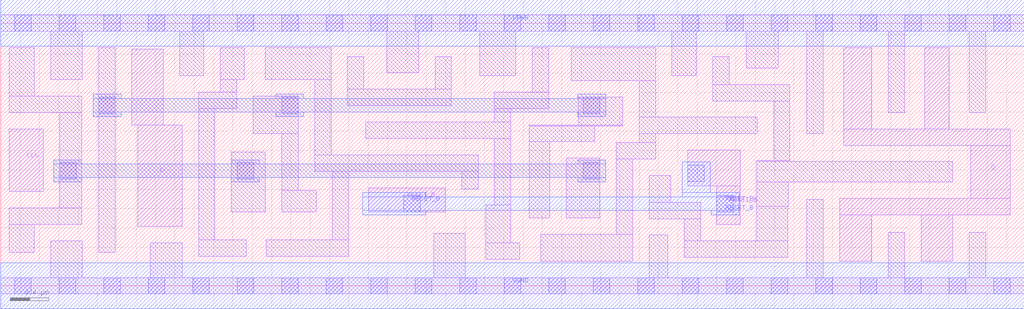
<source format=lef>
# Copyright 2020 The SkyWater PDK Authors
#
# Licensed under the Apache License, Version 2.0 (the "License");
# you may not use this file except in compliance with the License.
# You may obtain a copy of the License at
#
#     https://www.apache.org/licenses/LICENSE-2.0
#
# Unless required by applicable law or agreed to in writing, software
# distributed under the License is distributed on an "AS IS" BASIS,
# WITHOUT WARRANTIES OR CONDITIONS OF ANY KIND, either express or implied.
# See the License for the specific language governing permissions and
# limitations under the License.
#
# SPDX-License-Identifier: Apache-2.0

VERSION 5.7 ;
  NAMESCASESENSITIVE ON ;
  NOWIREEXTENSIONATPIN ON ;
  DIVIDERCHAR "/" ;
  BUSBITCHARS "[]" ;
UNITS
  DATABASE MICRONS 200 ;
END UNITS
MACRO sky130_fd_sc_hd__dfrtp_4
  CLASS CORE ;
  SOURCE USER ;
  FOREIGN sky130_fd_sc_hd__dfrtp_4 ;
  ORIGIN  0.000000  0.000000 ;
  SIZE  10.58000 BY  2.720000 ;
  SYMMETRY X Y R90 ;
  SITE unithd ;
  PIN D
    ANTENNAGATEAREA  0.126000 ;
    DIRECTION INPUT ;
    USE SIGNAL ;
    PORT
      LAYER li1 ;
        RECT 1.355000 1.665000 1.680000 2.450000 ;
        RECT 1.415000 0.615000 1.875000 1.665000 ;
    END
  END D
  PIN Q
    ANTENNADIFFAREA  0.891000 ;
    DIRECTION OUTPUT ;
    USE SIGNAL ;
    PORT
      LAYER li1 ;
        RECT  8.675000 0.255000  9.005000 0.735000 ;
        RECT  8.675000 0.735000 10.440000 0.905000 ;
        RECT  8.715000 1.455000 10.440000 1.625000 ;
        RECT  8.715000 1.625000  9.005000 2.465000 ;
        RECT  9.515000 0.255000  9.845000 0.735000 ;
        RECT  9.555000 1.625000  9.805000 2.465000 ;
        RECT 10.030000 0.905000 10.440000 1.455000 ;
    END
  END Q
  PIN RESET_B
    ANTENNAGATEAREA  0.252000 ;
    DIRECTION INPUT ;
    USE SIGNAL ;
    PORT
      LAYER li1 ;
        RECT 3.805000 0.765000 4.595000 1.015000 ;
      LAYER mcon ;
        RECT 4.165000 0.765000 4.335000 0.935000 ;
    END
    PORT
      LAYER li1 ;
        RECT 7.105000 1.035000 7.645000 1.405000 ;
        RECT 7.405000 0.635000 7.645000 1.035000 ;
      LAYER mcon ;
        RECT 7.105000 1.080000 7.275000 1.250000 ;
        RECT 7.405000 0.765000 7.575000 0.935000 ;
    END
    PORT
      LAYER met1 ;
        RECT 3.745000 0.735000 4.395000 0.780000 ;
        RECT 3.745000 0.780000 7.635000 0.920000 ;
        RECT 3.745000 0.920000 4.395000 0.965000 ;
        RECT 7.045000 0.920000 7.635000 0.965000 ;
        RECT 7.045000 0.965000 7.335000 1.280000 ;
        RECT 7.345000 0.735000 7.635000 0.780000 ;
    END
  END RESET_B
  PIN CLK
    ANTENNAGATEAREA  0.159000 ;
    DIRECTION INPUT ;
    USE CLOCK ;
    PORT
      LAYER li1 ;
        RECT 0.090000 0.975000 0.440000 1.625000 ;
    END
  END CLK
  PIN VGND
    DIRECTION INOUT ;
    SHAPE ABUTMENT ;
    USE GROUND ;
    PORT
      LAYER met1 ;
        RECT 0.000000 -0.240000 10.580000 0.240000 ;
    END
  END VGND
  PIN VPWR
    DIRECTION INOUT ;
    SHAPE ABUTMENT ;
    USE POWER ;
    PORT
      LAYER met1 ;
        RECT 0.000000 2.480000 10.580000 2.960000 ;
    END
  END VPWR
  OBS
    LAYER li1 ;
      RECT  0.000000 -0.085000 10.580000 0.085000 ;
      RECT  0.000000  2.635000 10.580000 2.805000 ;
      RECT  0.090000  0.345000  0.345000 0.635000 ;
      RECT  0.090000  0.635000  0.840000 0.805000 ;
      RECT  0.090000  1.795000  0.840000 1.965000 ;
      RECT  0.090000  1.965000  0.345000 2.465000 ;
      RECT  0.515000  0.085000  0.845000 0.465000 ;
      RECT  0.515000  2.135000  0.845000 2.635000 ;
      RECT  0.610000  0.805000  0.840000 1.795000 ;
      RECT  1.015000  0.345000  1.185000 2.465000 ;
      RECT  1.545000  0.085000  1.875000 0.445000 ;
      RECT  1.850000  2.175000  2.100000 2.635000 ;
      RECT  2.045000  0.305000  2.540000 0.475000 ;
      RECT  2.045000  0.475000  2.215000 1.835000 ;
      RECT  2.045000  1.835000  2.440000 2.005000 ;
      RECT  2.270000  2.005000  2.440000 2.135000 ;
      RECT  2.270000  2.135000  2.520000 2.465000 ;
      RECT  2.385000  0.765000  2.735000 1.385000 ;
      RECT  2.610000  1.575000  3.075000 1.965000 ;
      RECT  2.735000  2.135000  3.415000 2.465000 ;
      RECT  2.745000  0.305000  3.600000 0.475000 ;
      RECT  2.905000  0.765000  3.260000 0.985000 ;
      RECT  2.905000  0.985000  3.075000 1.575000 ;
      RECT  3.245000  1.185000  4.935000 1.355000 ;
      RECT  3.245000  1.355000  3.415000 2.135000 ;
      RECT  3.430000  0.475000  3.600000 1.185000 ;
      RECT  3.585000  1.865000  4.660000 2.035000 ;
      RECT  3.585000  2.035000  3.755000 2.375000 ;
      RECT  3.775000  1.525000  5.275000 1.695000 ;
      RECT  3.990000  2.205000  4.320000 2.635000 ;
      RECT  4.475000  0.085000  4.805000 0.545000 ;
      RECT  4.490000  2.035000  4.660000 2.375000 ;
      RECT  4.765000  1.005000  4.935000 1.185000 ;
      RECT  4.955000  2.175000  5.325000 2.635000 ;
      RECT  5.015000  0.275000  5.365000 0.445000 ;
      RECT  5.015000  0.445000  5.275000 0.835000 ;
      RECT  5.105000  0.835000  5.275000 1.525000 ;
      RECT  5.105000  1.695000  5.275000 1.835000 ;
      RECT  5.105000  1.835000  5.665000 2.005000 ;
      RECT  5.465000  0.705000  5.675000 1.495000 ;
      RECT  5.465000  1.495000  6.140000 1.655000 ;
      RECT  5.465000  1.655000  6.430000 1.665000 ;
      RECT  5.495000  2.005000  5.665000 2.465000 ;
      RECT  5.585000  0.255000  6.535000 0.535000 ;
      RECT  5.845000  0.705000  6.195000 1.325000 ;
      RECT  5.900000  2.125000  6.770000 2.465000 ;
      RECT  5.970000  1.665000  6.430000 1.955000 ;
      RECT  6.365000  0.535000  6.535000 1.315000 ;
      RECT  6.365000  1.315000  6.770000 1.485000 ;
      RECT  6.600000  1.485000  6.770000 1.575000 ;
      RECT  6.600000  1.575000  7.820000 1.745000 ;
      RECT  6.600000  1.745000  6.770000 2.125000 ;
      RECT  6.705000  0.085000  6.895000 0.525000 ;
      RECT  6.705000  0.695000  7.235000 0.865000 ;
      RECT  6.705000  0.865000  6.925000 1.145000 ;
      RECT  6.940000  2.175000  7.190000 2.635000 ;
      RECT  7.065000  0.295000  8.135000 0.465000 ;
      RECT  7.065000  0.465000  7.235000 0.695000 ;
      RECT  7.360000  1.915000  8.160000 2.085000 ;
      RECT  7.360000  2.085000  7.530000 2.375000 ;
      RECT  7.710000  2.255000  8.040000 2.635000 ;
      RECT  7.815000  0.465000  8.135000 0.820000 ;
      RECT  7.815000  0.820000  8.140000 1.075000 ;
      RECT  7.815000  1.075000  9.845000 1.285000 ;
      RECT  7.815000  1.285000  8.160000 1.295000 ;
      RECT  7.990000  1.295000  8.160000 1.915000 ;
      RECT  8.335000  0.085000  8.505000 0.895000 ;
      RECT  8.335000  1.575000  8.505000 2.635000 ;
      RECT  9.175000  0.085000  9.345000 0.555000 ;
      RECT  9.175000  1.795000  9.345000 2.635000 ;
      RECT 10.015000  0.085000 10.185000 0.555000 ;
      RECT 10.015000  1.795000 10.185000 2.635000 ;
    LAYER mcon ;
      RECT  0.145000 -0.085000  0.315000 0.085000 ;
      RECT  0.145000  2.635000  0.315000 2.805000 ;
      RECT  0.605000 -0.085000  0.775000 0.085000 ;
      RECT  0.605000  2.635000  0.775000 2.805000 ;
      RECT  0.610000  1.105000  0.780000 1.275000 ;
      RECT  1.015000  1.785000  1.185000 1.955000 ;
      RECT  1.065000 -0.085000  1.235000 0.085000 ;
      RECT  1.065000  2.635000  1.235000 2.805000 ;
      RECT  1.525000 -0.085000  1.695000 0.085000 ;
      RECT  1.525000  2.635000  1.695000 2.805000 ;
      RECT  1.985000 -0.085000  2.155000 0.085000 ;
      RECT  1.985000  2.635000  2.155000 2.805000 ;
      RECT  2.445000 -0.085000  2.615000 0.085000 ;
      RECT  2.445000  1.105000  2.615000 1.275000 ;
      RECT  2.445000  2.635000  2.615000 2.805000 ;
      RECT  2.905000 -0.085000  3.075000 0.085000 ;
      RECT  2.905000  1.785000  3.075000 1.955000 ;
      RECT  2.905000  2.635000  3.075000 2.805000 ;
      RECT  3.365000 -0.085000  3.535000 0.085000 ;
      RECT  3.365000  2.635000  3.535000 2.805000 ;
      RECT  3.825000 -0.085000  3.995000 0.085000 ;
      RECT  3.825000  2.635000  3.995000 2.805000 ;
      RECT  4.285000 -0.085000  4.455000 0.085000 ;
      RECT  4.285000  2.635000  4.455000 2.805000 ;
      RECT  4.745000 -0.085000  4.915000 0.085000 ;
      RECT  4.745000  2.635000  4.915000 2.805000 ;
      RECT  5.205000 -0.085000  5.375000 0.085000 ;
      RECT  5.205000  2.635000  5.375000 2.805000 ;
      RECT  5.665000 -0.085000  5.835000 0.085000 ;
      RECT  5.665000  2.635000  5.835000 2.805000 ;
      RECT  6.025000  1.105000  6.195000 1.275000 ;
      RECT  6.025000  1.785000  6.195000 1.955000 ;
      RECT  6.125000 -0.085000  6.295000 0.085000 ;
      RECT  6.125000  2.635000  6.295000 2.805000 ;
      RECT  6.585000 -0.085000  6.755000 0.085000 ;
      RECT  6.585000  2.635000  6.755000 2.805000 ;
      RECT  7.045000 -0.085000  7.215000 0.085000 ;
      RECT  7.045000  2.635000  7.215000 2.805000 ;
      RECT  7.505000 -0.085000  7.675000 0.085000 ;
      RECT  7.505000  2.635000  7.675000 2.805000 ;
      RECT  7.965000 -0.085000  8.135000 0.085000 ;
      RECT  7.965000  2.635000  8.135000 2.805000 ;
      RECT  8.425000 -0.085000  8.595000 0.085000 ;
      RECT  8.425000  2.635000  8.595000 2.805000 ;
      RECT  8.885000 -0.085000  9.055000 0.085000 ;
      RECT  8.885000  2.635000  9.055000 2.805000 ;
      RECT  9.345000 -0.085000  9.515000 0.085000 ;
      RECT  9.345000  2.635000  9.515000 2.805000 ;
      RECT  9.805000 -0.085000  9.975000 0.085000 ;
      RECT  9.805000  2.635000  9.975000 2.805000 ;
      RECT 10.265000 -0.085000 10.435000 0.085000 ;
      RECT 10.265000  2.635000 10.435000 2.805000 ;
    LAYER met1 ;
      RECT 0.550000 1.075000 0.840000 1.120000 ;
      RECT 0.550000 1.120000 6.255000 1.260000 ;
      RECT 0.550000 1.260000 0.840000 1.305000 ;
      RECT 0.955000 1.755000 1.245000 1.800000 ;
      RECT 0.955000 1.800000 6.255000 1.940000 ;
      RECT 0.955000 1.940000 1.245000 1.985000 ;
      RECT 2.385000 1.075000 2.675000 1.120000 ;
      RECT 2.385000 1.260000 2.675000 1.305000 ;
      RECT 2.845000 1.755000 3.135000 1.800000 ;
      RECT 2.845000 1.940000 3.135000 1.985000 ;
      RECT 5.965000 1.075000 6.255000 1.120000 ;
      RECT 5.965000 1.260000 6.255000 1.305000 ;
      RECT 5.965000 1.755000 6.255000 1.800000 ;
      RECT 5.965000 1.940000 6.255000 1.985000 ;
  END
END sky130_fd_sc_hd__dfrtp_4
END LIBRARY

</source>
